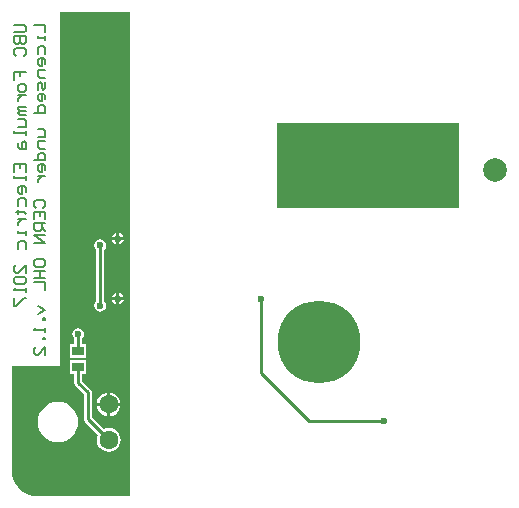
<source format=gbl>
G04 Layer_Physical_Order=2*
G04 Layer_Color=16711680*
%FSLAX44Y44*%
%MOMM*%
G71*
G01*
G75*
%ADD17C,0.2500*%
%ADD18C,1.6000*%
%ADD19C,2.0000*%
%ADD20C,7.0000*%
%ADD21C,0.6000*%
%ADD22R,1.0000X0.8000*%
%ADD23C,0.2000*%
G36*
X110000Y10000D02*
X30000D01*
X28030Y10000D01*
X24166Y10769D01*
X20526Y12276D01*
X17250Y14465D01*
X14465Y17251D01*
X12276Y20526D01*
X10769Y24166D01*
X10000Y28030D01*
X10000Y30000D01*
Y120000D01*
X50000Y120000D01*
X50000Y420000D01*
X110000Y420000D01*
Y10000D01*
D02*
G37*
G36*
X388000Y326000D02*
X388000Y254000D01*
X234000Y254000D01*
X234000Y326000D01*
X388000Y326000D01*
D02*
G37*
%LPC*%
G36*
X90250Y97422D02*
X88889Y97243D01*
X86456Y96235D01*
X84368Y94632D01*
X82765Y92543D01*
X81757Y90111D01*
X81578Y88750D01*
X90250D01*
Y97422D01*
D02*
G37*
G36*
X92750D02*
Y88750D01*
X101421D01*
X101242Y90111D01*
X100235Y92543D01*
X98632Y94632D01*
X96543Y96235D01*
X94110Y97243D01*
X92750Y97422D01*
D02*
G37*
G36*
X65750Y152098D02*
X63799Y151710D01*
X62145Y150605D01*
X61040Y148951D01*
X60652Y147000D01*
X61040Y145049D01*
X62145Y143395D01*
X62436Y143201D01*
Y139000D01*
X58750D01*
Y127000D01*
X72750D01*
Y139000D01*
X69064D01*
Y143201D01*
X69355Y143395D01*
X70460Y145049D01*
X70848Y147000D01*
X70460Y148951D01*
X69355Y150605D01*
X67701Y151710D01*
X65750Y152098D01*
D02*
G37*
G36*
X48500Y89582D02*
X45167Y89254D01*
X41963Y88282D01*
X39010Y86703D01*
X36421Y84579D01*
X34297Y81990D01*
X32718Y79037D01*
X31746Y75833D01*
X31418Y72500D01*
X31746Y69167D01*
X32718Y65963D01*
X34297Y63010D01*
X36421Y60421D01*
X39010Y58297D01*
X41963Y56718D01*
X45167Y55746D01*
X48500Y55418D01*
X51833Y55746D01*
X55037Y56718D01*
X57990Y58297D01*
X60579Y60421D01*
X62703Y63010D01*
X64282Y65963D01*
X65254Y69167D01*
X65582Y72500D01*
X65254Y75833D01*
X64282Y79037D01*
X62703Y81990D01*
X60579Y84579D01*
X57990Y86703D01*
X55037Y88282D01*
X51833Y89254D01*
X48500Y89582D01*
D02*
G37*
G36*
X72750Y125000D02*
X58750D01*
Y113000D01*
X62436D01*
Y106000D01*
X62647Y104942D01*
X62689Y104732D01*
X63407Y103657D01*
X70436Y96627D01*
Y75250D01*
X70647Y74192D01*
X70689Y73982D01*
X71407Y72907D01*
X82473Y61840D01*
X81757Y60111D01*
X81413Y57500D01*
X81757Y54890D01*
X82765Y52457D01*
X84368Y50368D01*
X86456Y48765D01*
X88889Y47758D01*
X91500Y47414D01*
X94110Y47758D01*
X96543Y48765D01*
X98632Y50368D01*
X100235Y52457D01*
X101242Y54890D01*
X101586Y57500D01*
X101242Y60111D01*
X100235Y62543D01*
X98632Y64632D01*
X96543Y66235D01*
X94110Y67243D01*
X91500Y67587D01*
X88889Y67243D01*
X87160Y66526D01*
X77064Y76623D01*
Y98000D01*
X76811Y99268D01*
X76093Y100343D01*
X69064Y107373D01*
Y113000D01*
X72750D01*
Y125000D01*
D02*
G37*
G36*
X101421Y86250D02*
X92750D01*
Y77579D01*
X94110Y77758D01*
X96543Y78765D01*
X98632Y80368D01*
X100235Y82457D01*
X101242Y84890D01*
X101421Y86250D01*
D02*
G37*
G36*
X90250D02*
X81578D01*
X81757Y84890D01*
X82765Y82457D01*
X84368Y80368D01*
X86456Y78765D01*
X88889Y77758D01*
X90250Y77579D01*
Y86250D01*
D02*
G37*
G36*
X84250Y227098D02*
X82299Y226710D01*
X80645Y225605D01*
X79540Y223951D01*
X79152Y222000D01*
X79540Y220049D01*
X80645Y218395D01*
X80936Y218201D01*
Y174799D01*
X80645Y174605D01*
X79540Y172951D01*
X79152Y171000D01*
X79540Y169049D01*
X80645Y167395D01*
X82299Y166290D01*
X84250Y165902D01*
X86201Y166290D01*
X87855Y167395D01*
X88960Y169049D01*
X89348Y171000D01*
X88960Y172951D01*
X87855Y174605D01*
X87564Y174799D01*
Y218201D01*
X87855Y218395D01*
X88960Y220049D01*
X89348Y222000D01*
X88960Y223951D01*
X87855Y225605D01*
X86201Y226710D01*
X84250Y227098D01*
D02*
G37*
G36*
X104099Y226500D02*
X100500D01*
Y222901D01*
X101201Y223040D01*
X102855Y224145D01*
X103960Y225799D01*
X104099Y226500D01*
D02*
G37*
G36*
X98000D02*
X94401D01*
X94540Y225799D01*
X95645Y224145D01*
X97299Y223040D01*
X98000Y222901D01*
Y226500D01*
D02*
G37*
G36*
X100500Y232599D02*
Y229000D01*
X104099D01*
X103960Y229701D01*
X102855Y231355D01*
X101201Y232460D01*
X100500Y232599D01*
D02*
G37*
G36*
X98000D02*
X97299Y232460D01*
X95645Y231355D01*
X94540Y229701D01*
X94401Y229000D01*
X98000D01*
Y232599D01*
D02*
G37*
G36*
X104099Y175750D02*
X100500D01*
Y172151D01*
X101201Y172290D01*
X102855Y173395D01*
X103960Y175049D01*
X104099Y175750D01*
D02*
G37*
G36*
X98000D02*
X94401D01*
X94540Y175049D01*
X95645Y173395D01*
X97299Y172290D01*
X98000Y172151D01*
Y175750D01*
D02*
G37*
G36*
X100500Y181849D02*
Y178250D01*
X104099D01*
X103960Y178951D01*
X102855Y180605D01*
X101201Y181710D01*
X100500Y181849D01*
D02*
G37*
G36*
X98000D02*
X97299Y181710D01*
X95645Y180605D01*
X94540Y178951D01*
X94401Y178250D01*
X98000D01*
Y181849D01*
D02*
G37*
%LPD*%
D17*
X220750Y113750D02*
Y176750D01*
Y113750D02*
X261500Y73000D01*
X325000D01*
X84250Y171000D02*
Y222000D01*
X65750Y133000D02*
Y147000D01*
Y106000D02*
Y119000D01*
Y106000D02*
X73750Y98000D01*
Y75250D02*
Y98000D01*
Y75250D02*
X91500Y57500D01*
D18*
Y87500D02*
D03*
Y57500D02*
D03*
D19*
X419000Y286000D02*
D03*
X377000D02*
D03*
D20*
X270000Y140000D02*
D03*
Y290000D02*
D03*
D21*
X325000Y73000D02*
D03*
X220750Y176750D02*
D03*
X99250Y227750D02*
D03*
Y177000D02*
D03*
X84250Y222000D02*
D03*
Y171000D02*
D03*
X65750Y147000D02*
D03*
D22*
Y119000D02*
D03*
Y133000D02*
D03*
D23*
X11207Y409000D02*
X19538D01*
X21204Y407334D01*
Y404002D01*
X19538Y402336D01*
X11207D01*
Y399003D02*
X21204D01*
Y394005D01*
X19538Y392339D01*
X17872D01*
X16206Y394005D01*
Y399003D01*
Y394005D01*
X14539Y392339D01*
X12873D01*
X11207Y394005D01*
Y399003D01*
X12873Y382342D02*
X11207Y384008D01*
Y387340D01*
X12873Y389006D01*
X19538D01*
X21204Y387340D01*
Y384008D01*
X19538Y382342D01*
X11207Y362348D02*
Y369013D01*
X16206D01*
Y365681D01*
Y369013D01*
X21204D01*
Y357350D02*
Y354018D01*
X19538Y352352D01*
X16206D01*
X14539Y354018D01*
Y357350D01*
X16206Y359016D01*
X19538D01*
X21204Y357350D01*
X14539Y349019D02*
X21204D01*
X17872D01*
X16206Y347353D01*
X14539Y345687D01*
Y344021D01*
X21204Y339022D02*
X14539D01*
Y337356D01*
X16206Y335690D01*
X21204D01*
X16206D01*
X14539Y334024D01*
X16206Y332358D01*
X21204D01*
X14539Y329026D02*
X19538D01*
X21204Y327360D01*
Y322361D01*
X14539D01*
X21204Y319029D02*
Y315697D01*
Y317363D01*
X11207D01*
Y319029D01*
X14539Y309032D02*
Y305700D01*
X16206Y304034D01*
X21204D01*
Y309032D01*
X19538Y310698D01*
X17872Y309032D01*
Y304034D01*
X11207Y284040D02*
Y290705D01*
X21204D01*
Y284040D01*
X16206Y290705D02*
Y287372D01*
X21204Y280708D02*
Y277376D01*
Y279042D01*
X11207D01*
Y280708D01*
X21204Y267379D02*
Y270711D01*
X19538Y272377D01*
X16206D01*
X14539Y270711D01*
Y267379D01*
X16206Y265713D01*
X17872D01*
Y272377D01*
X14539Y255716D02*
Y260714D01*
X16206Y262381D01*
X19538D01*
X21204Y260714D01*
Y255716D01*
X12873Y250718D02*
X14539D01*
Y252384D01*
Y249051D01*
Y250718D01*
X19538D01*
X21204Y249051D01*
X14539Y244053D02*
X21204D01*
X17872D01*
X16206Y242387D01*
X14539Y240721D01*
Y239055D01*
X21204Y234056D02*
Y230724D01*
Y232390D01*
X14539D01*
Y234056D01*
Y219061D02*
Y224060D01*
X16206Y225726D01*
X19538D01*
X21204Y224060D01*
Y219061D01*
Y199068D02*
Y205732D01*
X14539Y199068D01*
X12873D01*
X11207Y200734D01*
Y204066D01*
X12873Y205732D01*
Y195735D02*
X11207Y194069D01*
Y190737D01*
X12873Y189071D01*
X19538D01*
X21204Y190737D01*
Y194069D01*
X19538Y195735D01*
X12873D01*
X21204Y185739D02*
Y182406D01*
Y184072D01*
X11207D01*
X12873Y185739D01*
X11207Y177408D02*
Y170744D01*
X12873D01*
X19538Y177408D01*
X21204D01*
X28003Y409000D02*
X38000D01*
Y402336D01*
Y399003D02*
Y395671D01*
Y397337D01*
X31335D01*
Y399003D01*
Y384008D02*
Y389006D01*
X33002Y390673D01*
X36334D01*
X38000Y389006D01*
Y384008D01*
Y375677D02*
Y379010D01*
X36334Y380676D01*
X33002D01*
X31335Y379010D01*
Y375677D01*
X33002Y374011D01*
X34668D01*
Y380676D01*
X38000Y370679D02*
X31335D01*
Y365681D01*
X33002Y364015D01*
X38000D01*
Y360682D02*
Y355684D01*
X36334Y354018D01*
X34668Y355684D01*
Y359016D01*
X33002Y360682D01*
X31335Y359016D01*
Y354018D01*
X38000Y345687D02*
Y349019D01*
X36334Y350686D01*
X33002D01*
X31335Y349019D01*
Y345687D01*
X33002Y344021D01*
X34668D01*
Y350686D01*
X28003Y334024D02*
X38000D01*
Y339022D01*
X36334Y340689D01*
X33002D01*
X31335Y339022D01*
Y334024D01*
Y320695D02*
X36334D01*
X38000Y319029D01*
Y314031D01*
X31335D01*
X38000Y310698D02*
X31335D01*
Y305700D01*
X33002Y304034D01*
X38000D01*
X28003Y294037D02*
X38000D01*
Y299035D01*
X36334Y300702D01*
X33002D01*
X31335Y299035D01*
Y294037D01*
X38000Y285706D02*
Y289039D01*
X36334Y290705D01*
X33002D01*
X31335Y289039D01*
Y285706D01*
X33002Y284040D01*
X34668D01*
Y290705D01*
X31335Y280708D02*
X38000D01*
X34668D01*
X33002Y279042D01*
X31335Y277376D01*
Y275710D01*
X29669Y254050D02*
X28003Y255716D01*
Y259048D01*
X29669Y260714D01*
X36334D01*
X38000Y259048D01*
Y255716D01*
X36334Y254050D01*
X28003Y244053D02*
Y250718D01*
X38000D01*
Y244053D01*
X33002Y250718D02*
Y247385D01*
X38000Y240721D02*
X28003D01*
Y235723D01*
X29669Y234056D01*
X33002D01*
X34668Y235723D01*
Y240721D01*
Y237389D02*
X38000Y234056D01*
Y230724D02*
X28003D01*
X38000Y224060D01*
X28003D01*
Y205732D02*
Y209064D01*
X29669Y210730D01*
X36334D01*
X38000Y209064D01*
Y205732D01*
X36334Y204066D01*
X29669D01*
X28003Y205732D01*
Y200734D02*
X38000D01*
X33002D01*
Y194069D01*
X28003D01*
X38000D01*
X28003Y190737D02*
X38000D01*
Y184072D01*
X31335Y170743D02*
X38000Y167411D01*
X31335Y164079D01*
X38000Y160747D02*
X36334D01*
Y159080D01*
X38000D01*
Y160747D01*
Y152416D02*
Y149084D01*
Y150750D01*
X28003D01*
X29669Y152416D01*
X38000Y144085D02*
X36334D01*
Y142419D01*
X38000D01*
Y144085D01*
Y129090D02*
Y135755D01*
X31335Y129090D01*
X29669D01*
X28003Y130756D01*
Y134089D01*
X29669Y135755D01*
M02*

</source>
